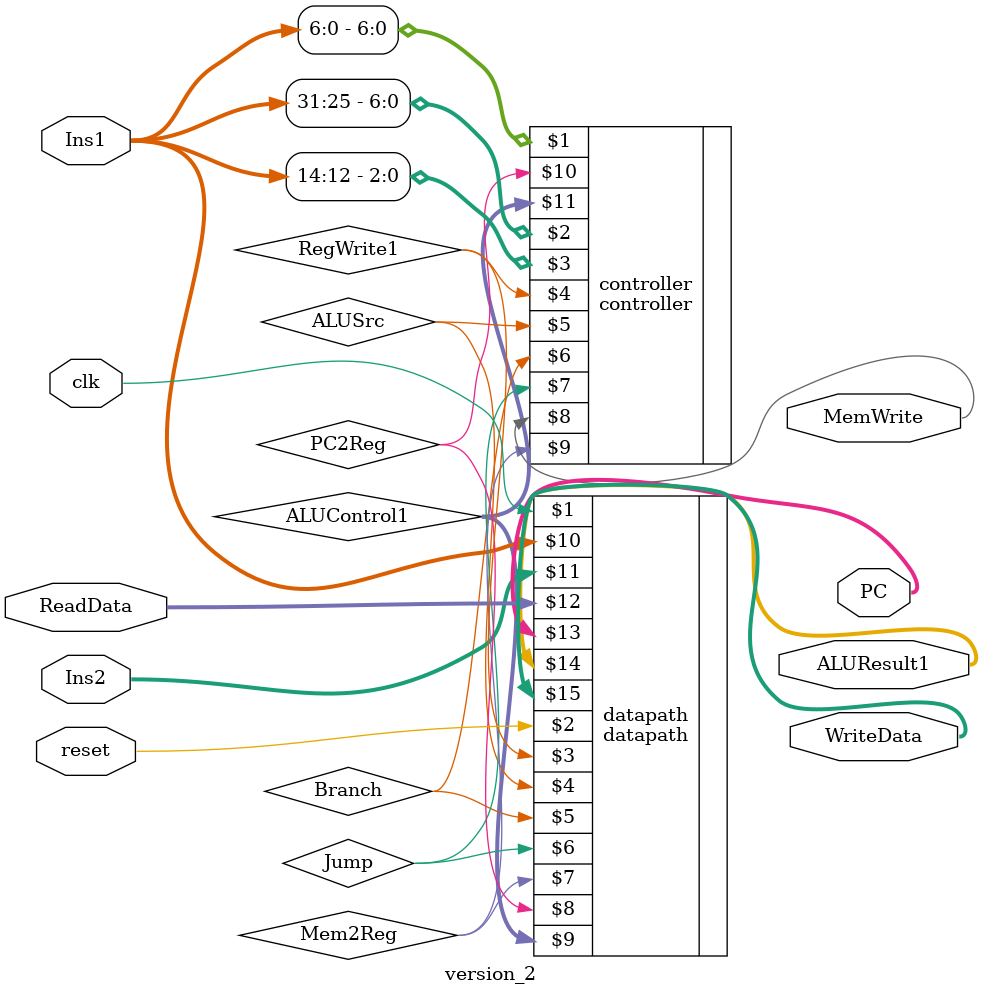
<source format=sv>
module version_2 (input logic clk, reset,
	input logic [31:0] Ins1, Ins2, ReadData,
	output logic [31:0] PC, ALUResult1, WriteData,
	output logic MemWrite);

logic RegWrite1, ALUSrc, Branch, Jump, Mem2Reg, PC2Reg;
logic [2:0] ALUControl1;

controller controller(Ins1[6:0], Ins1[31:25], Ins1[14:12], RegWrite1, ALUSrc, Branch, Jump, MemWrite, Mem2Reg, PC2Reg, ALUControl1);

datapath datapath(clk, reset, RegWrite1, ALUSrc, Branch, Jump, Mem2Reg, PC2Reg, ALUControl1, Ins1, Ins2, ReadData, PC, ALUResult1, WriteData);

endmodule

</source>
